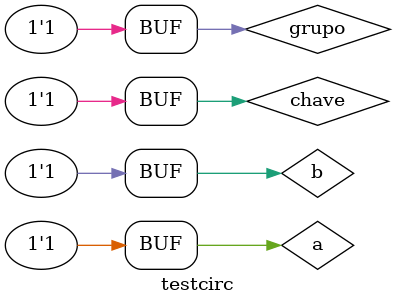
<source format=v>

module circ (output s,
             input chave,
             input grupo,
             input a,
             input b);
             
 xor xor1   (w1,a,b);
 xnor xnor1 (w2,a,b);
 or or1     (w3,a,b);
 nor nor1   (w4,a,b);
 not not1   (m1,chave);
 
 //mux1
 and and1 (m2,w1,m1);
 and and2 (m3,w2,chave);
 and and3 (m4,w3,m1);
 and and5 (m5,w4,chave);
 or or2   (m6,m2,m3);
 or or3   (m7,m4,m5);
 
 //mux2
 not not2 (w5,grupo);
 and and6 (m6,w5);
 and and7 (m7,grupo);
 or or4 (s,m6,m7);

endmodule

module testcirc;

 reg a,b,chave,grupo;
 wire s;
 
 circ circ1 (s,chave,grupo,a,b);

 initial begin
   a=0;
   b=0;
   chave=0;
   grupo=0;
 end
 
 initial begin
    $display("Eduardo Botelho de Andrade - 427395");
    $display("Test LU's module");
    $display("Chave: 0 = OR / 1 = AND");
    $monitor("x = %b , y = %b , s = %b     - chave = %b , grupo = %b",a,b,s,chave,grupo);
    
    #1 chave=1; grupo=1; //seletor de operação
    #1 b=1;
    #1 a=1; b=0;
    #1 b=1;

 end

endmodule
</source>
